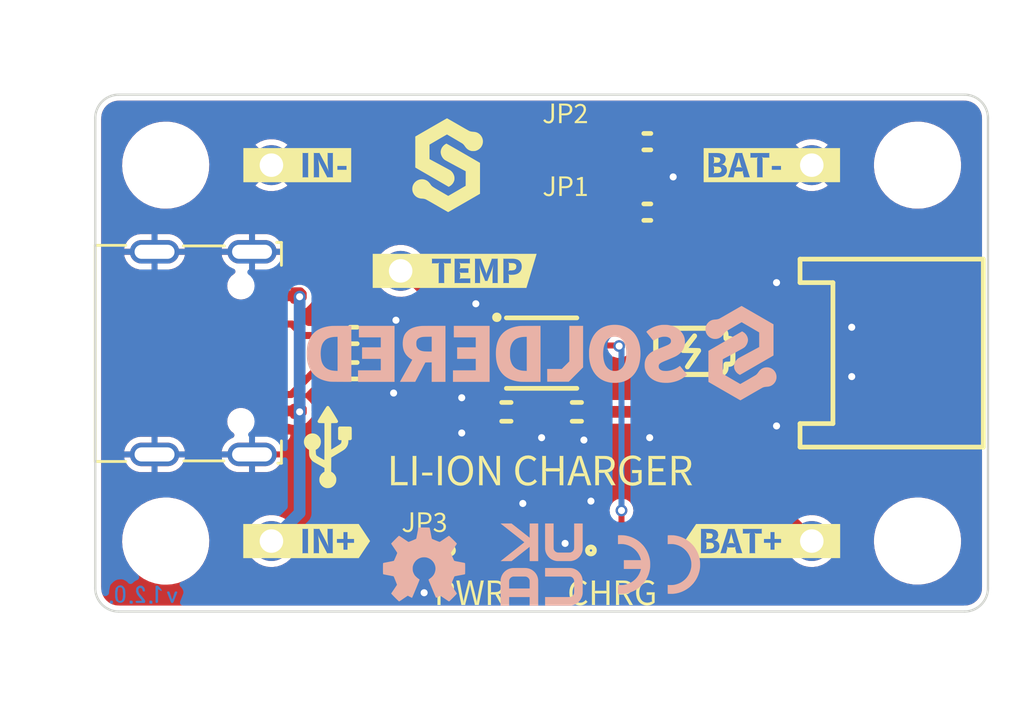
<source format=kicad_pcb>
(kicad_pcb (version 20211014) (generator pcbnew)
  (title_block (title "Li-ion charger") (date "2024-07-15") (rev "V1.2.0.") (company "SOLDERED") (comment 1 "333013"))
  (layers (0 "F.Cu" mixed) (31 "B.Cu" signal) (34 "B.Paste" user) (35 "F.Paste" user) (36 "B.SilkS" user "B.Silkscreen") (37 "F.SilkS" user "F.Silkscreen") (38 "B.Mask" user) (39 "F.Mask" user) (44 "Edge.Cuts" user))
  (net 0 "")
  (net 1 "VUSB")
  (net 2 "GND")
  (net 3 "VBAT")
  (net 4 "Net-(D1-Pad2)")
  (net 5 "PROG")
  (net 6 "Net-(JP1-Pad1)")
  (net 7 "Net-(JP2-Pad1)")
  (net 11 "Net-(K1-PadB5)")
  (net 15 "Net-(K1-PadA5)")
  (net 16 "TEMP")
  (net 17 "Net-(R5-Pad1)")
  (net 19 "Net-(D2-Pad1)")
  (net 20 "Net-(JP3-Pad2)")
  (footprint "e-radionica.com footprinti:HOLE_3.2mm" (layer "F.Cu") (at 86.1 114.1 -90)
    (fp_text reference "H2" hide)
    (fp_text value "HOLE_3.2mm" hide)
    (pad "" np_thru_hole circle locked (at 0 0 270) (size 3.2 3.2) (drill 3.2) (layers F&B.Cu *.Mask))
  )
  (footprint "e-radionica.com footprinti:0402R" (layer "F.Cu") (at 105.1 129.6 180)
    (fp_text reference "R5")
    (fp_text value "2k2")
    (pad "1" smd rect locked (at -0.5 0 270) (size 0.64 0.54) (layers "F.Cu" "F.Paste" "F.Mask") (net 17 "Net-(R5-Pad1)"))
    (pad "2" smd rect locked (at 0.5 0 270) (size 0.64 0.54) (layers "F.Cu" "F.Paste" "F.Mask") (net 4 "Net-(D1-Pad2)"))
  )
  (footprint "e-radionica.com footprinti:0402LED" (layer "F.Cu") (at 105.1 131.1 180)
    (fp_text reference "D1")
    (fp_text value "red")
    (pad "1" smd rect locked (at -0.55 0 270) (size 0.75 0.45) (layers "F.Cu" "F.Paste" "F.Mask") (net 1 "VUSB"))
    (pad "2" smd rect locked (at 0.55 0 270) (size 0.75 0.45) (layers "F.Cu" "F.Paste" "F.Mask") (net 4 "Net-(D1-Pad2)"))
  )
  (footprint "e-radionica.com footprinti:SMD-JUMPER-CONNECTED_TRACE_SLODERMASK" (layer "F.Cu") (at 97.1 130.35)
    (fp_text reference "JP3")
    (fp_text value "SMD-JUMPER-CONNECTED_TRACE_SLODERMASK")
    (fp_poly (pts (xy 0.1 0.1) (xy -0.1 0.1) (xy -0.1 -0.1) (xy 0.1 -0.1)) (layer "F.Cu") (width 0.1) (fill solid))
    (pad "1" smd rect locked (at -0.35 0) (size 0.5 1) (layers "F.Cu" "F.Mask") (net 1 "VUSB"))
    (pad "2" smd rect locked (at 0.35 0) (size 0.5 1) (layers "F.Cu" "F.Mask") (net 20 "Net-(JP3-Pad2)"))
  )
  (footprint "Soldered Graphics:Logo-Front-Soldered-4mm" (layer "F.Cu") (at 98.1 114.1)
    (fp_text reference "G***" hide)
    (fp_text value "LOGO" hide)
  )
  (footprint "e-radionica.com footprinti:0603R" (layer "F.Cu") (at 106.6 113.1 180)
    (fp_text reference "R4")
    (fp_text value "2k49")
    (pad "1" smd rect locked (at -0.775 0 270) (size 1 0.64) (layers "F.Cu" "F.Paste" "F.Mask") (net 2 "GND"))
    (pad "2" smd rect locked (at 0.775 0 270) (size 1 0.64) (layers "F.Cu" "F.Paste" "F.Mask") (net 7 "Net-(JP2-Pad1)"))
  )
  (footprint "e-radionica.com footprinti:HOLE_3.2mm" (layer "F.Cu") (at 118.1 114.1 -90)
    (fp_text reference "H1" hide)
    (fp_text value "HOLE_3.2mm" hide)
    (pad "" np_thru_hole circle locked (at 0 0 270) (size 3.2 3.2) (drill 3.2) (layers F&B.Cu *.Mask))
  )
  (footprint "kibuzzard-6695049F" (layer "F.Cu") (at 111.9 114.1)
    (fp_text reference "kibuzzard-6695049F" hide)
    (fp_text value "G***" hide)
  )
  (footprint "Soldered Graphics:Symbol-Front-USB" (layer "F.Cu") (at 93 126.1)
    (fp_text reference "G***" hide)
    (fp_text value "LOGO" hide)
  )
  (footprint "e-radionica.com footprinti:0402LED" (layer "F.Cu") (at 99.1 131.1 180)
    (fp_text reference "D2")
    (fp_text value "purple")
    (pad "1" smd rect locked (at -0.55 0 270) (size 0.75 0.45) (layers "F.Cu" "F.Paste" "F.Mask") (net 19 "Net-(D2-Pad1)"))
    (pad "2" smd rect locked (at 0.55 0 270) (size 0.75 0.45) (layers "F.Cu" "F.Paste" "F.Mask") (net 2 "GND"))
  )
  (footprint "kibuzzard-66950480" (layer "F.Cu") (at 91.7 114.1)
    (fp_text reference "kibuzzard-66950480" hide)
    (fp_text value "G***" hide)
  )
  (footprint "kibuzzard-669504E0" (layer "F.Cu") (at 103.1 111.9)
    (fp_text reference "kibuzzard-669504E0" hide)
    (fp_text value "G***" hide)
  )
  (footprint "e-radionica.com footprinti:HOLE_3.2mm" (layer "F.Cu") (at 118.1 130.1 -90)
    (fp_text reference "H3" hide)
    (fp_text value "HOLE_3.2mm" hide)
    (pad "" np_thru_hole circle locked (at 0 0 270) (size 3.2 3.2) (drill 3.2) (layers F&B.Cu *.Mask))
  )
  (footprint "e-radionica.com footprinti:0402R" (layer "F.Cu") (at 99.1 129.6)
    (fp_text reference "R6")
    (fp_text value "2k2")
    (pad "1" smd rect locked (at -0.5 0 90) (size 0.64 0.54) (layers "F.Cu" "F.Paste" "F.Mask") (net 20 "Net-(JP3-Pad2)"))
    (pad "2" smd rect locked (at 0.5 0 90) (size 0.64 0.54) (layers "F.Cu" "F.Paste" "F.Mask") (net 19 "Net-(D2-Pad1)"))
  )
  (footprint "e-radionica.com footprinti:JST-2pin-SMD" (layer "F.Cu") (at 116.1 122.1 -90)
    (fp_text reference "K7")
    (fp_text value "JST-2pin-SMD")
    (pad "" smd rect locked (at -3.3 -3.15 270) (size 1 3) (layers "F.Cu" "F.Paste" "F.Mask"))
    (pad "" smd rect locked (at 3.3 -3.15 270) (size 1 3) (layers "F.Cu" "F.Paste" "F.Mask"))
    (pad "1" smd rect locked (at 1 3.15 270) (size 1.1 2) (layers "F.Cu" "F.Paste" "F.Mask") (net 3 "VBAT"))
    (pad "2" smd rect locked (at -1 3.15 270) (size 1.1 2) (layers "F.Cu" "F.Paste" "F.Mask") (net 2 "GND"))
  )
  (footprint "Soldered Graphics:Logo-Back-UKCA-3.5mm" (layer "F.Cu") (at 102.1 131.1)
    (fp_text reference "REF**" hide)
    (fp_text value "Logo-Back-UKCA-3.5mm" hide)
  )
  (footprint "e-radionica.com footprinti:HOLE_3.2mm" (layer "F.Cu") (at 86.1 130.1 -90)
    (fp_text reference "H4" hide)
    (fp_text value "HOLE_3.2mm" hide)
    (pad "" np_thru_hole circle locked (at 0 0 270) (size 3.2 3.2) (drill 3.2) (layers F&B.Cu *.Mask))
  )
  (footprint "Soldered Graphics:Logo-Back-CE-3.5mm" (layer "F.Cu") (at 107.1 131.1)
    (fp_text reference "REF**" hide)
    (fp_text value "Logo-Back-CE-3.5mm" hide)
  )
  (footprint "e-radionica.com footprinti:0603C" (layer "F.Cu") (at 103.6 124.6)
    (fp_text reference "C2")
    (fp_text value "2.2uF")
    (pad "1" smd rect locked (at -0.73 0) (size 0.66 1) (layers "F.Cu" "F.Paste" "F.Mask") (net 2 "GND"))
    (pad "2" smd rect locked (at 0.73 0) (size 0.66 1) (layers "F.Cu" "F.Paste" "F.Mask") (net 3 "VBAT"))
  )
  (footprint "kibuzzard-669504EC" (layer "F.Cu") (at 103.1 115)
    (fp_text reference "kibuzzard-669504EC" hide)
    (fp_text value "G***" hide)
  )
  (footprint "e-radionica.com footprinti:SMD_JUMPER_CONNECTED" (layer "F.Cu") (at 103.1 113.1 180)
    (fp_text reference "JP2")
    (fp_text value "SMD-JUMPER-CONNECTED")
    (pad "1" smd rect locked (at -0.35 0 180) (size 0.5 1) (layers "F.Cu" "F.Paste" "F.Mask") (net 7 "Net-(JP2-Pad1)"))
    (pad "2" smd rect locked (at 0.35 0 180) (size 0.5 1) (layers "F.Cu" "F.Paste" "F.Mask") (net 5 "PROG"))
  )
  (footprint "kibuzzard-66950510" (layer "F.Cu") (at 99.1 132.3)
    (fp_text reference "kibuzzard-66950510" hide)
    (fp_text value "G***" hide)
  )
  (footprint "e-radionica.com footprinti:0603C" (layer "F.Cu") (at 100.6 124.6 180)
    (fp_text reference "C1")
    (fp_text value "2.2uF")
    (pad "1" smd rect locked (at -0.73 0 180) (size 0.66 1) (layers "F.Cu" "F.Paste" "F.Mask") (net 2 "GND"))
    (pad "2" smd rect locked (at 0.73 0 180) (size 0.66 1) (layers "F.Cu" "F.Paste" "F.Mask") (net 1 "VUSB"))
  )
  (footprint "e-radionica.com footprinti:SMD_JUMPER" (layer "F.Cu") (at 103.1 116.1 180)
    (fp_text reference "JP1")
    (fp_text value "SMD_JUMPER")
    (pad "1" smd rect (at -0.35 0 180) (size 0.5 1) (layers "F.Cu" "F.Mask") (net 6 "Net-(JP1-Pad1)"))
    (pad "2" smd rect (at 0.35 0 180) (size 0.5 1) (layers "F.Cu" "F.Mask") (net 5 "PROG"))
  )
  (footprint "e-radionica.com footprinti:TP4056M-MSOP8" (layer "F.Cu") (at 102.1 122.1)
    (fp_text reference "U1")
    (fp_text value "TP4056M")
    (pad "1" smd rect locked (at -1.975 -0.975) (size 1.35 0.45) (layers "F.Cu" "F.Paste" "F.Mask") (net 16 "TEMP"))
    (pad "2" smd rect locked (at -1.975 -0.325) (size 1.35 0.45) (layers "F.Cu" "F.Paste" "F.Mask") (net 5 "PROG"))
    (pad "3" smd rect locked (at -1.975 0.325) (size 1.35 0.45) (layers "F.Cu" "F.Paste" "F.Mask") (net 2 "GND"))
    (pad "4" smd rect locked (at -1.975 0.975) (size 1.35 0.45) (layers "F.Cu" "F.Paste" "F.Mask") (net 1 "VUSB"))
    (pad "5" smd rect locked (at 1.975 0.975) (size 1.35 0.45) (layers "F.Cu" "F.Paste" "F.Mask") (net 3 "VBAT"))
    (pad "6" smd rect locked (at 1.975 0.325) (size 1.35 0.45) (layers "F.Cu" "F.Paste" "F.Mask"))
    (pad "7" smd rect locked (at 1.975 -0.325) (size 1.35 0.45) (layers "F.Cu" "F.Paste" "F.Mask") (net 17 "Net-(R5-Pad1)"))
    (pad "8" smd rect locked (at 1.975 -0.975) (size 1.35 0.45) (layers "F.Cu" "F.Paste" "F.Mask") (net 1 "VUSB"))
  )
  (footprint "Soldered Graphics:Logo-Back-SolderedFULL-20mm" (layer "F.Cu") (at 102.1 122.1)
    (fp_text reference "REF**" hide)
    (fp_text value "Logo-Front-SolderedFULL-20mm" hide)
  )
  (footprint "Soldered Graphics:Logo-Back-OSH-3.5mm" (layer "F.Cu") (at 97.1 131.1)
    (fp_text reference "G***" hide)
    (fp_text value "LOGO" hide)
  )
  (footprint "e-radionica.com footprinti:0603R" (layer "F.Cu") (at 106.6 116.1 180)
    (fp_text reference "R3")
    (fp_text value "4.7k")
    (pad "1" smd rect locked (at -0.775 0 270) (size 1 0.64) (layers "F.Cu" "F.Paste" "F.Mask") (net 2 "GND"))
    (pad "2" smd rect locked (at 0.775 0 270) (size 1 0.64) (layers "F.Cu" "F.Paste" "F.Mask") (net 6 "Net-(JP1-Pad1)"))
  )
  (footprint "e-radionica.com footprinti:U262-161N-4BVC11" (layer "F.Cu") (at 86.1 122.1 90)
    (fp_text reference "K1")
    (fp_text value "U262-161N-4BVC11")
    (pad "" np_thru_hole circle (at -2.913 3.2 270) (size 0.65 0.65) (drill 0.65) (layers F&B.Cu *.Mask))
    (pad "" np_thru_hole circle (at 2.862 3.2 270) (size 0.65 0.65) (drill 0.65) (layers F&B.Cu *.Mask))
    (pad "A1" smd rect (at 3.337 4.475 270) (size 0.3 1.15) (layers "F.Cu" "F.Paste" "F.Mask") (net 2 "GND"))
    (pad "A4" smd rect (at 2.537 4.475 270) (size 0.3 1.15) (layers "F.Cu" "F.Paste" "F.Mask") (net 1 "VUSB"))
    (pad "A5" smd rect (at 1.237 4.475 270) (size 0.3 1.15) (layers "F.Cu" "F.Paste" "F.Mask") (net 15 "Net-(K1-PadA5)"))
    (pad "A6" smd rect (at 0.237 4.475 270) (size 0.3 1.15) (layers "F.Cu" "F.Paste" "F.Mask"))
    (pad "A7" smd rect (at -0.263 4.475 270) (size 0.3 1.15) (layers "F.Cu" "F.Paste" "F.Mask"))
    (pad "A8" smd rect (at -1.263 4.475 270) (size 0.3 1.15) (layers "F.Cu" "F.Paste" "F.Mask"))
    (pad "A9" smd rect (at -2.563 4.475 270) (size 0.3 1.15) (layers "F.Cu" "F.Paste" "F.Mask") (net 1 "VUSB"))
    (pad "A12" smd rect (at -3.338 4.475 270) (size 0.3 1.15) (layers "F.Cu" "F.Paste" "F.Mask") (net 2 "GND"))
    (pad "B1" smd rect (at -3.138 4.475 270) (size 0.3 1.15) (layers "F.Cu" "F.Paste" "F.Mask") (net 2 "GND"))
    (pad "B4" smd rect (at -2.363 4.475 270) (size 0.3 1.15) (layers "F.Cu" "F.Paste" "F.Mask") (net 1 "VUSB"))
    (pad "B5" smd rect (at -1.763 4.475 270) (size 0.3 1.15) (layers "F.Cu" "F.Paste" "F.Mask") (net 11 "Net-(K1-PadB5)"))
    (pad "B6" smd rect (at -0.763 4.475 270) (size 0.3 1.15) (layers "F.Cu" "F.Paste" "F.Mask"))
    (pad "B7" smd rect (at 0.737 4.475 270) (size 0.3 1.15) (layers "F.Cu" "F.Paste" "F.Mask"))
    (pad "B8" smd rect (at 1.737 4.475 270) (size 0.3 1.15) (layers "F.Cu" "F.Paste" "F.Mask"))
    (pad "B9" smd rect (at 2.337 4.475 270) (size 0.3 1.15) (layers "F.Cu" "F.Paste" "F.Mask") (net 1 "VUSB"))
    (pad "B12" smd rect (at 3.112 4.475 270) (size 0.3 1.15) (layers "F.Cu" "F.Paste" "F.Mask") (net 2 "GND"))
    (pad "SH" thru_hole oval (at -4.313 -0.475 270) (size 1 2.1) (drill oval 0.6 1.7) (layers *.Cu *.Mask) (net 2 "GND"))
    (pad "SH" thru_hole oval (at 4.312 3.675 270) (size 1 2.1) (drill oval 0.6 1.7) (layers *.Cu *.Mask) (net 2 "GND"))
    (pad "SH" thru_hole oval (at -4.313 3.675 270) (size 1 2.1) (drill oval 0.6 1.7) (layers *.Cu *.Mask) (net 2 "GND"))
    (pad "SH" thru_hole oval (at 4.312 -0.475 270) (size 1 2.1) (drill oval 0.6 1.7) (layers *.Cu *.Mask) (net 2 "GND"))
  )
  (footprint "kibuzzard-66950525" (layer "F.Cu") (at 105.1 132.3)
    (fp_text reference "kibuzzard-66950525" hide)
    (fp_text value "G***" hide)
  )
  (footprint "kibuzzard-669504CA" (layer "F.Cu") (at 98.4 118.6)
    (fp_text reference "kibuzzard-669504CA" hide)
    (fp_text value "G***" hide)
  )
  (footprint "e-radionica.com footprinti:FIDUCIAL_23" (layer "F.Cu") (at 85.6 122.1 -90)
    (fp_text reference "FD1")
    (fp_text value "FIDUCIAL")
    (fp_circle (center 0 0) (end 1 0) (layer "F.Cu") (width 0.2) (fill none))
    (pad "1" smd circle (at 0 0 270) (size 1 1) (layers "F.Cu" "F.Paste" "F.Mask") (clearance 1.1))
  )
  (footprint "kibuzzard-66950503" (layer "F.Cu") (at 97.1 129.3)
    (fp_text reference "kibuzzard-66950503" hide)
    (fp_text value "G***" hide)
  )
  (footprint "kibuzzard-66950404" (layer "F.Cu") (at 102.1 127.1)
    (fp_text reference "kibuzzard-66950404" hide)
    (fp_text value "G***" hide)
  )
  (footprint "kibuzzard-669504AA" (layer "F.Cu") (at 111.5 130.1)
    (fp_text reference "kibuzzard-669504AA" hide)
    (fp_text value "G***" hide)
  )
  (footprint "kibuzzard-66950472" (layer "F.Cu") (at 92.1 130.1)
    (fp_text reference "kibuzzard-66950472" hide)
    (fp_text value "G***" hide)
  )
  (footprint "e-radionica.com footprinti:0603R" (layer "F.Cu") (at 94.1 122.85)
    (fp_text reference "R1")
    (fp_text value "5.1k")
    (pad "1" smd rect locked (at -0.775 0 90) (size 1 0.64) (layers "F.Cu" "F.Paste" "F.Mask") (net 11 "Net-(K1-PadB5)"))
    (pad "2" smd rect locked (at 0.775 0 90) (size 1 0.64) (layers "F.Cu" "F.Paste" "F.Mask") (net 2 "GND"))
  )
  (footprint "Soldered Graphics:Symbol-Front-Battery" (layer "F.Cu") (at 108.6 122.1)
    (fp_text reference "G***" hide)
    (fp_text value "LOGO" hide)
  )
  (footprint "e-radionica.com footprinti:0603R" (layer "F.Cu") (at 94.1 121.35)
    (fp_text reference "R2")
    (fp_text value "5.1k")
    (pad "1" smd rect locked (at -0.775 0 90) (size 1 0.64) (layers "F.Cu" "F.Paste" "F.Mask") (net 15 "Net-(K1-PadA5)"))
    (pad "2" smd rect locked (at 0.775 0 90) (size 1 0.64) (layers "F.Cu" "F.Paste" "F.Mask") (net 2 "GND"))
  )
  (footprint "e-radionica.com footprinti:HEADER_MALE_1X1" (layer "F.Cu") (at 96.1 118.6 -90)
    (fp_text reference "K4")
    (fp_text value "HEADER_MALE_1X1")
    (pad "1" thru_hole circle locked (at 0 0 270) (size 1.7 1.7) (drill 1) (layers *.Cu *.Mask) (net 16 "TEMP"))
  )
  (footprint "e-radionica.com footprinti:HEADER_MALE_1X1" (layer "B.Cu") (at 90.6 130.1 90)
    (fp_text reference "K2")
    (fp_text value "HEADER_MALE_1X1")
    (pad "1" thru_hole circle locked (at 0 0 90) (size 1.7 1.7) (drill 1) (layers *.Cu *.Mask) (net 1 "VUSB"))
  )
  (footprint "e-radionica.com footprinti:HEADER_MALE_1X1" (layer "B.Cu") (at 90.6 114.1 90)
    (fp_text reference "K3")
    (fp_text value "HEADER_MALE_1X1")
    (pad "1" thru_hole circle locked (at 0 0 90) (size 1.7 1.7) (drill 1) (layers *.Cu *.Mask) (net 2 "GND"))
  )
  (footprint "Soldered Graphics:Version1.2.0" (layer "B.Cu") (at 85.1 132.4 180)
    (fp_text reference "REF**" hide)
    (fp_text value "Version1.2.0" hide)
    (fp_poly (pts (xy -0.1 -0.33) (xy 0.23 -0.33) (xy 0.27 -0.31) (xy 0.27 -0.26) (xy 0.23 -0.25) (xy 0.01 -0.25) (xy 0.02 -0.21) (xy 0.19 0) (xy 0.22 0.05) (xy 0.24 0.1) (xy 0.26 0.15) (xy 0.26 0.2) (xy 0.25 0.26) (xy 0.24 0.31) (xy 0.21 0.34) (xy 0.16 0.38) (xy 0.11 0.4) (xy 0.05 0.4) (xy -0.01 0.38) (xy -0.05 0.34) (xy -0.08 0.31) (xy -0.1 0.26) (xy -0.11 0.21) (xy -0.1 0.16) (xy -0.04 0.16) (xy -0.02 0.2) (xy -0.01 0.25) (xy 0.02 0.29) (xy 0.07 0.31) (xy 0.12 0.31) (xy 0.16 0.26) (xy 0.17 0.21) (xy 0.16 0.16) (xy 0.15 0.11) (xy 0.12 0.06) (xy -0.09 -0.19) (xy -0.12 -0.24) (xy -0.12 -0.29) (xy -0.1 -0.33)) (layer "B.Cu") (width 0.01) (fill solid))
    (fp_poly (pts (xy -0.64 -0.33) (xy -0.59 -0.33) (xy -0.57 -0.29) (xy -0.57 0.37) (xy -0.61 0.4) (xy -0.66 0.4) (xy -0.7 0.36) (xy -0.81 0.24) (xy -0.83 0.19) (xy -0.8 0.18) (xy -0.71 0.24) (xy -0.67 0.25) (xy -0.67 -0.29) (xy -0.64 -0.33)) (layer "B.Cu") (width 0.01) (fill solid))
    (fp_poly (pts (xy -0.42 -0.36) (xy -0.37 -0.36) (xy -0.31 -0.35) (xy -0.31 -0.31) (xy -0.31 -0.25) (xy -0.35 -0.24) (xy -0.4 -0.24) (xy -0.43 -0.27) (xy -0.43 -0.32) (xy -0.42 -0.36)) (layer "B.Cu") (width 0.01) (fill solid))
    (fp_poly (pts (xy 0.42 -0.36) (xy 0.47 -0.36) (xy 0.53 -0.35) (xy 0.53 -0.31) (xy 0.53 -0.25) (xy 0.49 -0.24) (xy 0.44 -0.24) (xy 0.41 -0.27) (xy 0.41 -0.32) (xy 0.42 -0.36)) (layer "B.Cu") (width 0.01) (fill solid))
    (fp_poly (pts (xy -1.3 -0.33) (xy -1.24 -0.33) (xy -1.22 -0.29) (xy -1.06 0.12) (xy -1.08 0.15) (xy -1.14 0.15) (xy -1.16 0.12) (xy -1.25 -0.14) (xy -1.27 -0.19) (xy -1.3 -0.15) (xy -1.38 0.11) (xy -1.41 0.15) (xy -1.47 0.15) (xy -1.49 0.12) (xy -1.33 -0.29) (xy -1.3 -0.33)) (layer "B.Cu") (width 0.01) (fill solid))
    (fp_poly (pts (xy 0.92 -0.32) (xy 0.98 -0.32) (xy 1.03 -0.3) (xy 1 -0.25) (xy 0.9 -0.25) (xy 0.86 -0.22) (xy 0.84 -0.17) (xy 0.82 -0.12) (xy 0.82 -0.08) (xy 0.81 0.04) (xy 0.82 0.16) (xy 0.82 0.2) (xy 0.83 0.25) (xy 0.86 0.3) (xy 0.89 0.33) (xy 1 0.33) (xy 1.03 0.29) (xy 1.04 0.24) (xy 1.05 0.18) (xy 1.06 0.08) (xy 1.06 -0.05) (xy 1.05 -0.09) (xy 1.05 -0.14) (xy 1.03 -0.19) (xy 1.01 -0.24) (xy 1 -0.25) (xy 1.04 -0.29) (xy 1.08 -0.26) (xy 1.11 -0.23) (xy 1.13 -0.19) (xy 1.14 -0.13) (xy 1.15 -0.08) (xy 1.15 -0.03) (xy 1.15 0.09) (xy 1.15 0.15) (xy 1.14 0.2) (xy 1.13 0.25) (xy 1.12 0.3) (xy 1.09 0.33) (xy 1.05 0.37) (xy 1 0.4) (xy 0.94 0.41) (xy 0.89 0.41) (xy 0.83 0.38) (xy 0.79 0.34) (xy 0.77 0.31) (xy 0.74 0.26) (xy 0.73 0.21) (xy 0.73 0.16) (xy 0.72 0.11) (xy 0.72 -0.01) (xy 0.72 -0.07) (xy 0.73 -0.11) (xy 0.74 -0.17) (xy 0.76 -0.22) (xy 0.78 -0.25) (xy 0.82 -0.29) (xy 0.88 -0.32) (xy 0.92 -0.32)) (layer "B.Cu") (width 0.01) (fill solid))
    (fp_poly (pts (xy 1.26 -0.36) (xy 1.31 -0.36) (xy 1.37 -0.35) (xy 1.37 -0.31) (xy 1.37 -0.25) (xy 1.33 -0.24) (xy 1.28 -0.24) (xy 1.25 -0.27) (xy 1.25 -0.32) (xy 1.26 -0.36)) (layer "B.Cu") (width 0.01) (fill solid))
  )
  (footprint "e-radionica.com footprinti:HEADER_MALE_1X1" (layer "B.Cu") (at 113.6 114.1 90)
    (fp_text reference "K6")
    (fp_text value "HEADER_MALE_1X1")
    (pad "1" thru_hole circle locked (at 0 0 90) (size 1.7 1.7) (drill 1) (layers *.Cu *.Mask) (net 2 "GND"))
  )
  (footprint "e-radionica.com footprinti:HEADER_MALE_1X1" (layer "B.Cu") (at 113.6 130.1 90)
    (fp_text reference "K5")
    (fp_text value "HEADER_MALE_1X1")
    (pad "1" thru_hole circle locked (at 0 0 90) (size 1.7 1.7) (drill 1) (layers *.Cu *.Mask) (net 3 "VBAT"))
  )
  (gr_arc (start 121.1 132.1) (mid 120.807107 132.807107) (end 120.1 133.1) (layer "Edge.Cuts") (width 0.1))
  (gr_line (start 84.1 111.1) (end 120.1 111.1) (layer "Edge.Cuts") (width 0.1))
  (gr_line (start 120.1 133.1) (end 84.1 133.1) (layer "Edge.Cuts") (width 0.1))
  (gr_arc (start 84.1 133.1) (mid 83.392893 132.807107) (end 83.1 132.1) (layer "Edge.Cuts") (width 0.1))
  (gr_line (start 121.1 112.1) (end 121.1 132.1) (layer "Edge.Cuts") (width 0.1))
  (gr_arc (start 83.1 112.1) (mid 83.392893 111.392893) (end 84.1 111.1) (layer "Edge.Cuts") (width 0.1))
  (gr_arc (start 120.1 111.1) (mid 120.807107 111.392893) (end 121.1 112.1) (layer "Edge.Cuts") (width 0.1))
  (gr_line (start 83.1 132.1) (end 83.1 112.1) (layer "Edge.Cuts") (width 0.1))
  (segment (start 99.87 123.33) (end 100.125 123.075) (width 0.5) (layer "F.Cu") (net 1))
  (segment (start 90.6 130.1) (end 95.2 130.1) (width 0.5) (layer "F.Cu") (net 1))
  (segment (start 105.65 131.85) (end 105.3 132.2) (width 0.254) (layer "F.Cu") (net 1))
  (segment (start 104.075 121.125) (end 103.375 121.125) (width 0.3) (layer "F.Cu") (net 1))
  (segment (start 96.5 130.1) (end 95.2 130.1) (width 0.25) (layer "F.Cu") (net 1))
  (segment (start 99.87 124.6) (end 99.87 123.33) (width 0.5) (layer "F.Cu") (net 1))
  (segment (start 95.2 130.1) (end 99.87 125.43) (width 0.5) (layer "F.Cu") (net 1))
  (segment (start 96.75 130.35) (end 96.5 130.1) (width 0.25) (layer "F.Cu") (net 1))
  (segment (start 103.7 132.2) (end 100.05 128.55) (width 0.254) (layer "F.Cu") (net 1))
  (segment (start 99.87 125.43) (end 99.87 124.6) (width 0.5) (layer "F.Cu") (net 1))
  (segment (start 100.05 128.55) (end 96.75 128.55) (width 0.254) (layer "F.Cu") (net 1))
  (segment (start 105.3 132.2) (end 103.7 132.2) (width 0.254) (layer "F.Cu") (net 1))
  (segment (start 103.375 121.125) (end 101.425 123.075) (width 0.3) (layer "F.Cu") (net 1))
  (segment (start 105.65 131.1) (end 105.65 131.85) (width 0.254) (layer "F.Cu") (net 1))
  (segment (start 101.425 123.075) (end 100.125 123.075) (width 0.3) (layer "F.Cu") (net 1))
  (via (at 91.8 124.6) (size 0.5) (drill 0.3) (layers "F.Cu" "B.Cu") (net 1))
  (via (at 91.8 119.7) (size 0.5) (drill 0.3) (layers "F.Cu" "B.Cu") (net 1))
  (segment (start 91.8 119.7) (end 91.8 128.9) (width 0.5) (layer "B.Cu") (net 1))
  (segment (start 91.8 128.9) (end 90.6 130.1) (width 0.5) (layer "B.Cu") (net 1))
  (via (at 95.9 120.7) (size 0.5) (drill 0.3) (layers "F.Cu" "B.Cu") (net 2))
  (via (at 107.7 114.6) (size 0.5) (drill 0.3) (layers "F.Cu" "B.Cu") (net 2))
  (via (at 104.2 128.4) (size 0.5) (drill 0.3) (layers "F.Cu" "B.Cu") (net 2))
  (via (at 112.1 125.2) (size 0.5) (drill 0.3) (layers "F.Cu" "B.Cu") (net 2))
  (via (at 103.1 130.2) (size 0.5) (drill 0.3) (layers "F.Cu" "B.Cu") (net 2))
  (via (at 112.1 119.1) (size 0.5) (drill 0.3) (layers "F.Cu" "B.Cu") (net 2))
  (via (at 106.7 125.7) (size 0.5) (drill 0.3) (layers "F.Cu" "B.Cu") (net 2))
  (via (at 101.3 128.5) (size 0.5) (drill 0.3) (layers "F.Cu" "B.Cu") (net 2))
  (via (at 115.3 123.1) (size 0.5) (drill 0.3) (layers "F.Cu" "B.Cu") (net 2))
  (via (at 115.3 121) (size 0.5) (drill 0.3) (layers "F.Cu" "B.Cu") (net 2))
  (via (at 102.1 125.7) (size 0.5) (drill 0.3) (layers "F.Cu" "B.Cu") (net 2))
  (via (at 99.3 120) (size 0.5) (drill 0.3) (layers "F.Cu" "B.Cu") (net 2))
  (via (at 103.9 125.8) (size 0.5) (drill 0.3) (layers "F.Cu" "B.Cu") (net 2))
  (via (at 95.8 123.8) (size 0.5) (drill 0.3) (layers "F.Cu" "B.Cu") (net 2))
  (via (at 98.7 124) (size 0.5) (drill 0.3) (layers "F.Cu" "B.Cu") (net 2))
  (via (at 98.7 125.5) (size 0.5) (drill 0.3) (layers "F.Cu" "B.Cu") (net 2))
  (via (at 97.1 132.3) (size 0.5) (drill 0.3) (layers "F.Cu" "B.Cu") (net 2))
  (segment (start 108 124.6) (end 109.8 124.6) (width 0.5) (layer "F.Cu") (net 3))
  (segment (start 104.33 123.33) (end 104.33 124.6) (width 0.5) (layer "F.Cu") (net 3))
  (segment (start 113.6 130.1) (end 108.1 124.6) (width 0.5) (layer "F.Cu") (net 3))
  (segment (start 109.8 124.6) (end 111.3 123.1) (width 0.5) (layer "F.Cu") (net 3))
  (segment (start 104.33 124.6) (end 108 124.6) (width 0.5) (layer "F.Cu") (net 3))
  (segment (start 111.3 123.1) (end 112.95 123.1) (width 0.5) (layer "F.Cu") (net 3))
  (segment (start 104.075 123.075) (end 104.33 123.33) (width 0.5) (layer "F.Cu") (net 3))
  (segment (start 108.1 124.6) (end 108 124.6) (width 0.5) (layer "F.Cu") (net 3))
  (segment (start 104.6 129.6) (end 104.6 131.05) (width 0.3) (layer "F.Cu") (net 4))
  (segment (start 104.6 131.05) (end 104.55 131.1) (width 0.3) (layer "F.Cu") (net 4))
  (segment (start 102.75 119.85) (end 102.75 116.1) (width 0.254) (layer "F.Cu") (net 5))
  (segment (start 100.125 121.775) (end 100.825 121.775) (width 0.254) (layer "F.Cu") (net 5))
  (segment (start 102.75 113.1) (end 102.75 116.1) (width 0.254) (layer "F.Cu") (net 5))
  (segment (start 100.825 121.775) (end 102.75 119.85) (width 0.254) (layer "F.Cu") (net 5))
  (segment (start 103.45 116.1) (end 105.825 116.1) (width 0.254) (layer "F.Cu") (net 6))
  (segment (start 103.45 113.1) (end 105.825 113.1) (width 0.254) (layer "F.Cu") (net 7))
  (segment (start 91.437 123.863) (end 92.45 122.85) (width 0.3) (layer "F.Cu") (net 11))
  (segment (start 92.45 122.85) (end 93.325 122.85) (width 0.3) (layer "F.Cu") (net 11))
  (segment (start 90.575 123.863) (end 91.437 123.863) (width 0.3) (layer "F.Cu") (net 11))
  (segment (start 90.575 120.863) (end 91.463 120.863) (width 0.3) (layer "F.Cu") (net 15))
  (segment (start 91.95 121.35) (end 93.325 121.35) (width 0.3) (layer "F.Cu") (net 15))
  (segment (start 91.463 120.863) (end 91.95 121.35) (width 0.3) (layer "F.Cu") (net 15))
  (segment (start 98.625 121.125) (end 100.125 121.125) (width 0.254) (layer "F.Cu") (net 16))
  (segment (start 96.1 118.6) (end 98.625 121.125) (width 0.254) (layer "F.Cu") (net 16))
  (segment (start 105.4 121.8) (end 105.375 121.775) (width 0.254) (layer "F.Cu") (net 17))
  (segment (start 105.375 121.775) (end 104.075 121.775) (width 0.254) (layer "F.Cu") (net 17))
  (segment (start 105.5 129.5) (end 105.6 129.6) (width 0.254) (layer "F.Cu") (net 17))
  (segment (start 105.5 128.8) (end 105.5 129.5) (width 0.254) (layer "F.Cu") (net 17))
  (via (at 105.4 121.8) (size 0.5) (drill 0.3) (layers "F.Cu" "B.Cu") (net 17))
  (via (at 105.5 128.8) (size 0.5) (drill 0.3) (layers "F.Cu" "B.Cu") (net 17))
  (segment (start 105.4 121.8) (end 105.5 121.9) (width 0.254) (layer "B.Cu") (net 17))
  (segment (start 105.5 121.9) (end 105.5 128.8) (width 0.254) (layer "B.Cu") (net 17))
  (segment (start 99.6 129.6) (end 99.6 131.05) (width 0.3) (layer "F.Cu") (net 19))
  (segment (start 99.6 131.05) (end 99.65 131.1) (width 0.3) (layer "F.Cu") (net 19))
  (segment (start 98.6 129.6) (end 98.2 129.6) (width 0.25) (layer "F.Cu") (net 20))
  (segment (start 98.2 129.6) (end 97.45 130.35) (width 0.25) (layer "F.Cu") (net 20))
  (zone (net 1) (net_name "VUSB") (layer "F.Cu") (priority 3) (connect_pads (clearance 0.254)) (min_thickness 0.254) (fill yes (thermal_gap 0.254) (thermal_bridge_width 0.254))
    (polygon (pts (xy 91.9 124.9) (xy 90 124.9) (xy 90 124.2) (xy 91.9 124.2) (xy 92.1 124.4) (xy 92.1 124.7)))
  )
  (zone (net 1) (net_name "VUSB") (layer "F.Cu") (priority 3) (connect_pads (clearance 0.254)) (min_thickness 0.254) (fill yes (thermal_gap 0.254) (thermal_bridge_width 0.254))
    (polygon (pts (xy 91.9 120) (xy 90 120) (xy 90 119.3) (xy 91.9 119.3) (xy 92.1 119.5) (xy 92.1 119.8)))
  )
  (zone (net 2) (net_name "GND") (layers F&B.Cu) (connect_pads (clearance 0.254)) (min_thickness 0.254) (fill yes (thermal_gap 0.254) (thermal_bridge_width 0.254))
    (polygon (pts (xy 83.1 133.1) (xy 83.1 111.1) (xy 121.1 111.1) (xy 121.1 133.1)))
  )
)
</source>
